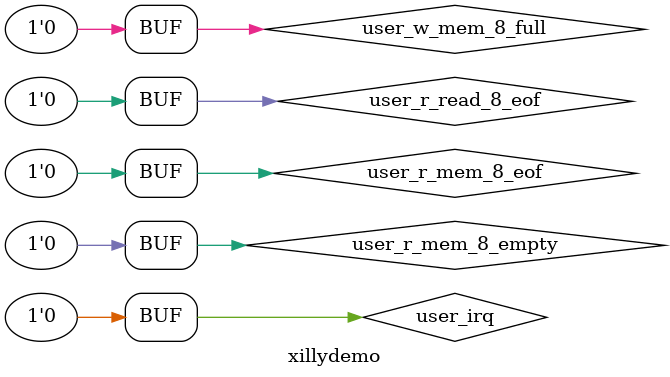
<source format=v>

module xillydemo
  (

  );

   // Clock and quiesce
   wire        bus_clk;
   wire        quiesce;

   // Memory arrays
   reg [7:0]   demoarray[0:31];

   reg [7:0]   litearray0[0:31];
   reg [7:0]   litearray1[0:31];
   reg [7:0]   litearray2[0:31];
   reg [7:0]   litearray3[0:31];

   // Wires related to /dev/xillybus_mem_8
   wire        user_r_mem_8_rden;
   wire        user_r_mem_8_empty;
   reg [7:0]   user_r_mem_8_data;
   wire        user_r_mem_8_eof;
   wire        user_r_mem_8_open;
   wire        user_w_mem_8_wren;
   wire        user_w_mem_8_full;
   wire [7:0]  user_w_mem_8_data;
   wire        user_w_mem_8_open;
   wire [4:0]  user_mem_8_addr;
   wire        user_mem_8_addr_update;

   // Wires related to /dev/xillybus_read_32
   wire        user_r_read_32_rden;
   wire        user_r_read_32_empty;
   wire [31:0] user_r_read_32_data;
   wire        user_r_read_32_eof;
   wire        user_r_read_32_open;

   // Wires related to /dev/xillybus_read_8
   wire        user_r_read_8_rden;
   wire        user_r_read_8_empty;
   wire [7:0]  user_r_read_8_data;
   wire        user_r_read_8_eof;
   wire        user_r_read_8_open;

   // Wires related to /dev/xillybus_write_32
   wire        user_w_write_32_wren;
   wire        user_w_write_32_full;
   wire [31:0] user_w_write_32_data;
   wire        user_w_write_32_open;

   // Wires related to /dev/xillybus_write_8
   wire        user_w_write_8_wren;
   wire        user_w_write_8_full;
   wire [7:0]  user_w_write_8_data;
   wire        user_w_write_8_open;

   // shreesha: debug write declaration
   wire        user_debug_wren;
   wire        user_debug_full;
   wire [31:0] user_debug_din;


   // Wires related to Xillybus Lite
   wire        user_clk;
   wire        user_wren;
   wire [3:0]  user_wstrb;
   wire        user_rden;
   reg [31:0]  user_rd_data;
   wire [31:0] user_wr_data;
   wire [31:0] user_addr;
   wire        user_irq;


   // Note that none of the ARM processor's direct connections to pads is
   // attached in the instantion below. Normally, they should be connected as
   // toplevel ports here, but that confuses Vivado 2013.4 to think that
   // some of these ports are real I/Os, causing an implementation failure.
   // This detachment results in a lot of warnings during synthesis and
   // implementation, but has no practical significance, as these pads are
   // completely unrelated to the FPGA bitstream.

   xillybus xillybus_ins (

    // Ports related to /dev/xillybus_mem_8
    // FPGA to CPU signals:
    .user_r_mem_8_rden     (user_r_mem_8_rden),
    .user_r_mem_8_empty    (user_r_mem_8_empty),
    .user_r_mem_8_data     (user_r_mem_8_data),
    .user_r_mem_8_eof      (user_r_mem_8_eof),
    .user_r_mem_8_open     (user_r_mem_8_open),

    // CPU to FPGA signals:
    .user_w_mem_8_wren     (user_w_mem_8_wren),
    .user_w_mem_8_full     (user_w_mem_8_full),
    .user_w_mem_8_data     (user_w_mem_8_data),
    .user_w_mem_8_open     (user_w_mem_8_open),

    // Address signals:
    .user_mem_8_addr       (user_mem_8_addr),
    .user_mem_8_addr_update(user_mem_8_addr_update),


    // Ports related to /dev/xillybus_read_32
    // FPGA to CPU signals:
    .user_r_read_32_rden   (user_r_read_32_rden),
    .user_r_read_32_empty  (user_r_read_32_empty),
    .user_r_read_32_data   (user_r_read_32_data),
    .user_r_read_32_eof    (user_r_read_32_eof),
    .user_r_read_32_open   (user_r_read_32_open),


    // Ports related to /dev/xillybus_read_8
    // FPGA to CPU signals:
    .user_r_read_8_rden    (user_r_read_8_rden),
    .user_r_read_8_empty   (user_r_read_8_empty),
    .user_r_read_8_data    (user_r_read_8_data),
    .user_r_read_8_eof     (user_r_read_8_eof),
    .user_r_read_8_open    (user_r_read_8_open),


    // Ports related to /dev/xillybus_write_32
    // CPU to FPGA signals:
    .user_w_write_32_wren  (user_w_write_32_wren),
    .user_w_write_32_full  (user_w_write_32_full),
    .user_w_write_32_data  (user_w_write_32_data),
    .user_w_write_32_open  (user_w_write_32_open),


    // Ports related to /dev/xillybus_write_8
    // CPU to FPGA signals:
    .user_w_write_8_wren   (user_w_write_8_wren),
    .user_w_write_8_full   (user_w_write_8_full),
    .user_w_write_8_data   (user_w_write_8_data),
    .user_w_write_8_open   (user_w_write_8_open),



    // Xillybus Lite signals:
    .user_clk              (user_clk),
    .user_wren             (user_wren),
    .user_wstrb            (user_wstrb),
    .user_rden             (user_rden),
    .user_rd_data          (user_rd_data),
    .user_wr_data          (user_wr_data),
    .user_addr             (user_addr),
    .user_irq              (user_irq),


    .bus_clk               (bus_clk),
    .quiesce               (quiesce)
  );

   assign      user_irq = 0; // No interrupts for now

   always @(posedge user_clk)
   begin
	  if (user_wstrb[0])
	    litearray0[user_addr[6:2]] <= user_wr_data[7:0];

	  if (user_wstrb[1])
	    litearray1[user_addr[6:2]] <= user_wr_data[15:8];

	  if (user_wstrb[2])
	    litearray2[user_addr[6:2]] <= user_wr_data[23:16];

	  if (user_wstrb[3])
	    litearray3[user_addr[6:2]] <= user_wr_data[31:24];

	  if (user_rden)
	    user_rd_data <= { litearray3[user_addr[6:2]],
			    litearray2[user_addr[6:2]],
			    litearray1[user_addr[6:2]],
			    litearray0[user_addr[6:2]] };
     if (user_wstrb[0])
       litearray0[user_addr[6:2]] <= user_wr_data[7:0];

     if (user_wstrb[1])
       litearray1[user_addr[6:2]] <= user_wr_data[15:8];

     if (user_wstrb[2])
       litearray2[user_addr[6:2]] <= user_wr_data[23:16];

     if (user_wstrb[3])
       litearray3[user_addr[6:2]] <= user_wr_data[31:24];

     if (user_rden)
       user_rd_data <= { litearray3[user_addr[6:2]],
          litearray2[user_addr[6:2]],
          litearray1[user_addr[6:2]],
          litearray0[user_addr[6:2]] };
  end
  
   // A simple inferred RAM
  always @(posedge bus_clk)
  begin
  
	 if (user_w_mem_8_wren)
	   demoarray[user_mem_8_addr] <= user_w_mem_8_data;

	 if (user_r_mem_8_rden)
	   user_r_mem_8_data          <= demoarray[user_mem_8_addr];

    if (user_w_mem_8_wren)
      demoarray[user_mem_8_addr] <= user_w_mem_8_data;

    if (user_r_mem_8_rden)
      user_r_mem_8_data          <= demoarray[user_mem_8_addr];

  end

   assign  user_r_mem_8_empty = 0;
   assign  user_r_mem_8_eof   = 0;
   assign  user_w_mem_8_full  = 0;

   // shreesha: commenting out the 32-bit loopback FIFO
   //// 32-bit loopback
   //fifo_32x512 fifo_32
   //  (
   //   .clk(bus_clk),
   //   .srst(!user_w_write_32_open && !user_r_read_32_open),
   //   .din(user_w_write_32_data)
   //   .wr_en(user_w_write_32_wren),
   //   .rd_en(user_r_read_32_rden),
   //   .dout(user_r_read_32_data),
   //   .full(user_w_write_32_full),
   //   .empty(user_r_read_32_empty)
   //   );

   // shreesha: changes required to break the loopback fifo and add a DUT
   // EDITS BEGIN

   // Wires related to xillybus -> fpga_design
   wire         design_r_read_32_rden;
   wire [31:0]  design_r_read_32_data;
   wire         design_r_read_32_empty;

   // Wires related to fpga_design -> xillybus
   wire         design_w_write_32_wren;
   wire [31:0]  design_w_write_32_data;
   wire         design_w_write_32_full;


   // logic to convert normal FIFO to first word fall through (FWFT) FIFO
   // ref: http://www.billauer.co.il/reg_fifo.html
   // fifo_32x512 is a normal FIFO, while fpga_design (generated by Vivado
   // HLS) requires interfacing with a FWFT FIFO

   reg    dout_read_32_valid;
   wire   fifo_design_r_read_32_rden, fifo_design_r_read_32_empty;

   //---------------------------------------------------------------------
   // xillybus -> fpga_design
   //---------------------------------------------------------------------
   fifo_32x512 fifo_32_0
     (
      .clk    (bus_clk),
      .srst   (!user_w_write_32_open && !user_r_read_32_open),
      .din    (user_w_write_32_data),
      .wr_en  (user_w_write_32_wren),
      .rd_en  (fifo_design_r_read_32_rden),
      .dout   (design_r_read_32_data),
      .full   (user_w_write_32_full),
      .empty  (fifo_design_r_read_32_empty)
      );
   
  assign fifo_design_r_read_32_rden = (!fifo_design_r_read_32_empty) && ((!dout_read_32_valid) || design_r_read_32_rden);
  assign design_r_read_32_empty = !dout_read_32_valid;

  always @(posedge bus_clk)
  begin
    if (fifo_design_r_read_32_rden)
      dout_read_32_valid <= 1;
    else if (design_r_read_32_rden)
      dout_read_32_valid <= 0;
  end

   // end normal FIFO to FWFT FIFO conversion

   //---------------------------------------------------------------------
   // fpga design
   //---------------------------------------------------------------------

   dut test_fpga_design
   (
    .ap_clk             (bus_clk),
    .ap_rst             (!user_w_write_32_open && !user_r_read_32_open),
    .ap_start           (1),
    .strm_in_V_V_dout     (design_r_read_32_data),
    .strm_in_V_V_empty_n  (!design_r_read_32_empty),
    .strm_in_V_V_read     (design_r_read_32_rden),
    .strm_out_V_V_din     (design_w_write_32_data),
    .strm_out_V_V_full_n  (!design_w_write_32_full),
    .strm_out_V_V_write   (design_w_write_32_wren)
    );

   //---------------------------------------------------------------------
   // fpga_design -> xillybus
   //---------------------------------------------------------------------
   fifo_32x512 fifo_32_1
     (
      .clk    (bus_clk),
      .srst   (!user_w_write_32_open && !user_r_read_32_open),
      .din    (design_w_write_32_data),
      .wr_en  (design_w_write_32_wren),
      .rd_en  (user_r_read_32_rden),
      .dout   (user_r_read_32_data),
      .full   (design_w_write_32_full),
      .empty  (user_r_read_32_empty)
      );
   // EDITS END

   // 8-bit loopback
   fifo_8x2048 fifo_8
     (
      .clk(bus_clk),
      .srst(!user_w_write_8_open && !user_r_read_8_open),
      .din(user_w_write_8_data),
      .wr_en(user_w_write_8_wren),
      .rd_en(user_r_read_8_rden),
      .dout(user_r_read_8_data),
      .full(user_w_write_8_full),
      .empty(user_r_read_8_empty)
      );

   assign  user_r_read_8_eof = 0;



endmodule

</source>
